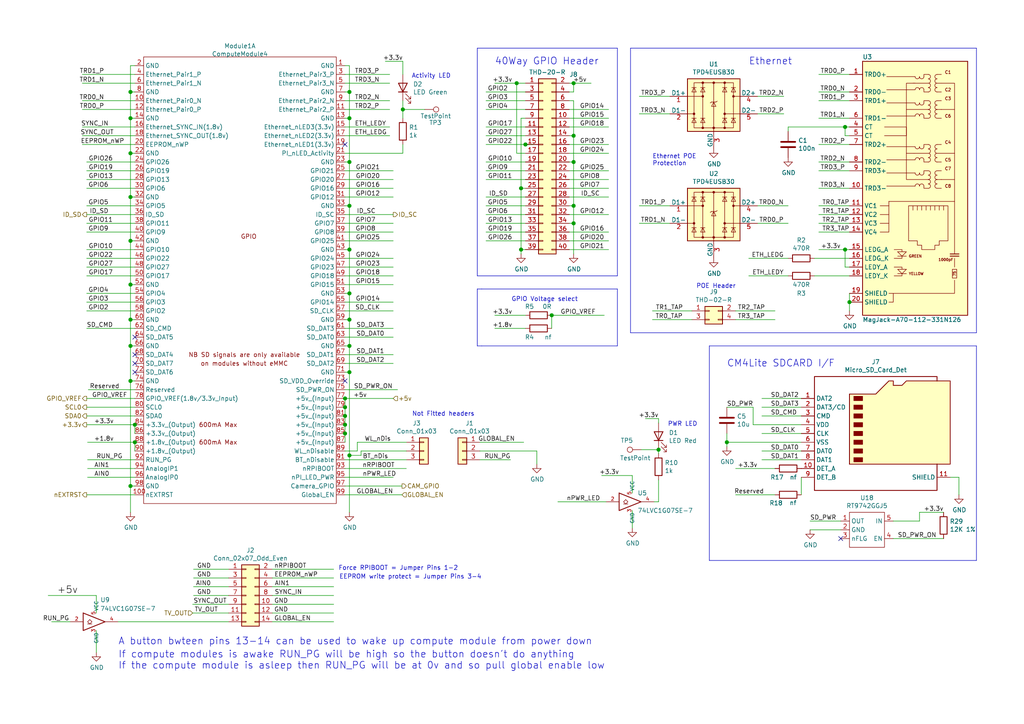
<source format=kicad_sch>
(kicad_sch (version 20210126) (generator eeschema)
  (paper "A4")
  (title_block (title "Compute Module 4 IO Board - GPIO - Ethernet") (rev "1") (company "(c) Raspberry Pi Trading 2020") (comment 1 "www.raspberrypi.org"))
  (junction (at 37.846 26.67) (diameter 1.016))
  (junction (at 37.846 34.29) (diameter 1.016))
  (junction (at 37.846 44.45) (diameter 1.016))
  (junction (at 37.846 57.15) (diameter 1.016))
  (junction (at 37.846 69.85) (diameter 1.016))
  (junction (at 37.846 82.55) (diameter 1.016))
  (junction (at 37.846 92.71) (diameter 1.016))
  (junction (at 37.846 100.33) (diameter 1.016))
  (junction (at 37.846 110.49) (diameter 1.016))
  (junction (at 37.846 140.97) (diameter 1.016))
  (junction (at 39.116 123.19) (diameter 1.016))
  (junction (at 39.116 128.27) (diameter 1.016))
  (junction (at 100.076 115.57) (diameter 1.016))
  (junction (at 100.076 118.11) (diameter 1.016))
  (junction (at 100.076 120.65) (diameter 1.016))
  (junction (at 100.076 123.19) (diameter 1.016))
  (junction (at 100.076 125.73) (diameter 1.016))
  (junction (at 101.346 26.67) (diameter 1.016))
  (junction (at 101.346 34.29) (diameter 1.016))
  (junction (at 101.346 46.99) (diameter 1.016))
  (junction (at 101.346 59.69) (diameter 1.016))
  (junction (at 101.346 72.39) (diameter 1.016))
  (junction (at 101.346 85.09) (diameter 1.016))
  (junction (at 101.346 92.71) (diameter 1.016))
  (junction (at 101.346 100.33) (diameter 1.016))
  (junction (at 101.346 107.95) (diameter 1.016))
  (junction (at 101.346 132.08) (diameter 1.016))
  (junction (at 116.84 31.75) (diameter 1.016))
  (junction (at 149.86 24.13) (diameter 1.016))
  (junction (at 151.13 54.61) (diameter 1.016))
  (junction (at 151.13 72.39) (diameter 1.016))
  (junction (at 152.4 41.91) (diameter 1.016))
  (junction (at 160.02 91.44) (diameter 1.016))
  (junction (at 166.37 24.13) (diameter 1.016))
  (junction (at 166.37 39.37) (diameter 1.016))
  (junction (at 166.37 46.99) (diameter 1.016))
  (junction (at 166.37 59.69) (diameter 1.016))
  (junction (at 166.37 64.77) (diameter 1.016))
  (junction (at 191.008 130.429) (diameter 1.016))
  (junction (at 210.82 128.27) (diameter 1.016))
  (junction (at 245.11 36.83) (diameter 1.016))
  (junction (at 245.11 72.39) (diameter 1.016))
  (junction (at 246.38 87.63) (diameter 1.016))
  (no_connect (at 39.116 97.79))
  (no_connect (at 39.116 102.87))
  (no_connect (at 39.116 105.41))
  (no_connect (at 39.116 107.95))
  (no_connect (at 100.076 41.91))
  (no_connect (at 100.076 110.49))
  (no_connect (at 243.84 156.21))
  (wire (pts (xy 13.97 172.72) (xy 27.94 172.72)))
  (wire (pts (xy 14.986 180.34) (xy 20.32 180.34)))
  (wire (pts (xy 23.876 21.59) (xy 39.116 21.59)))
  (wire (pts (xy 23.876 24.13) (xy 39.116 24.13)))
  (wire (pts (xy 23.876 29.21) (xy 39.116 29.21)))
  (wire (pts (xy 23.876 31.75) (xy 39.116 31.75)))
  (wire (pts (xy 23.876 36.83) (xy 39.116 36.83)))
  (wire (pts (xy 23.876 39.37) (xy 39.116 39.37)))
  (wire (pts (xy 23.876 41.91) (xy 39.116 41.91)))
  (wire (pts (xy 25.146 46.99) (xy 39.116 46.99)))
  (wire (pts (xy 25.146 49.53) (xy 39.116 49.53)))
  (wire (pts (xy 25.146 52.07) (xy 39.116 52.07)))
  (wire (pts (xy 25.146 54.61) (xy 39.116 54.61)))
  (wire (pts (xy 25.146 59.69) (xy 39.116 59.69)))
  (wire (pts (xy 25.146 62.23) (xy 39.116 62.23)))
  (wire (pts (xy 25.146 64.77) (xy 39.116 64.77)))
  (wire (pts (xy 25.146 67.31) (xy 39.116 67.31)))
  (wire (pts (xy 25.146 72.39) (xy 39.116 72.39)))
  (wire (pts (xy 25.146 74.93) (xy 39.116 74.93)))
  (wire (pts (xy 25.146 77.47) (xy 39.116 77.47)))
  (wire (pts (xy 25.146 80.01) (xy 39.116 80.01)))
  (wire (pts (xy 25.146 85.09) (xy 39.116 85.09)))
  (wire (pts (xy 25.146 87.63) (xy 39.116 87.63)))
  (wire (pts (xy 25.146 90.17) (xy 39.116 90.17)))
  (wire (pts (xy 25.146 95.25) (xy 39.116 95.25)))
  (wire (pts (xy 25.146 115.57) (xy 39.116 115.57)))
  (wire (pts (xy 25.146 118.11) (xy 39.116 118.11)))
  (wire (pts (xy 25.146 120.65) (xy 39.116 120.65)))
  (wire (pts (xy 25.146 123.19) (xy 39.116 123.19)))
  (wire (pts (xy 25.146 143.51) (xy 39.116 143.51)))
  (wire (pts (xy 25.4 128.27) (xy 39.116 128.27)))
  (wire (pts (xy 25.4 133.35) (xy 39.116 133.35)))
  (wire (pts (xy 25.4 135.89) (xy 39.116 135.89)))
  (wire (pts (xy 25.4 138.43) (xy 39.116 138.43)))
  (wire (pts (xy 25.6032 113.03) (xy 39.116 113.03)))
  (wire (pts (xy 27.94 172.72) (xy 27.94 177.8)))
  (wire (pts (xy 27.94 182.88) (xy 27.94 189.23)))
  (wire (pts (xy 34.29 180.34) (xy 66.294 180.34)))
  (wire (pts (xy 37.846 19.05) (xy 37.846 26.67)))
  (wire (pts (xy 37.846 26.67) (xy 37.846 34.29)))
  (wire (pts (xy 37.846 34.29) (xy 37.846 44.45)))
  (wire (pts (xy 37.846 44.45) (xy 37.846 57.15)))
  (wire (pts (xy 37.846 44.45) (xy 39.116 44.45)))
  (wire (pts (xy 37.846 57.15) (xy 37.846 69.85)))
  (wire (pts (xy 37.846 57.15) (xy 39.116 57.15)))
  (wire (pts (xy 37.846 69.85) (xy 37.846 82.55)))
  (wire (pts (xy 37.846 69.85) (xy 39.116 69.85)))
  (wire (pts (xy 37.846 82.55) (xy 37.846 92.71)))
  (wire (pts (xy 37.846 82.55) (xy 39.116 82.55)))
  (wire (pts (xy 37.846 92.71) (xy 37.846 100.33)))
  (wire (pts (xy 37.846 92.71) (xy 39.116 92.71)))
  (wire (pts (xy 37.846 100.33) (xy 37.846 110.49)))
  (wire (pts (xy 37.846 100.33) (xy 39.116 100.33)))
  (wire (pts (xy 37.846 110.49) (xy 37.846 140.97)))
  (wire (pts (xy 37.846 110.49) (xy 39.116 110.49)))
  (wire (pts (xy 37.846 140.97) (xy 37.846 148.59)))
  (wire (pts (xy 39.116 19.05) (xy 37.846 19.05)))
  (wire (pts (xy 39.116 26.67) (xy 37.846 26.67)))
  (wire (pts (xy 39.116 34.29) (xy 37.846 34.29)))
  (wire (pts (xy 39.116 125.73) (xy 39.116 123.19)))
  (wire (pts (xy 39.116 128.27) (xy 39.37 128.27)))
  (wire (pts (xy 39.116 130.81) (xy 39.116 128.27)))
  (wire (pts (xy 39.116 140.97) (xy 37.846 140.97)))
  (wire (pts (xy 55.88 175.26) (xy 66.294 175.26)))
  (wire (pts (xy 55.88 177.8) (xy 66.294 177.8)))
  (wire (pts (xy 56.134 165.1) (xy 66.294 165.1)))
  (wire (pts (xy 56.134 167.64) (xy 66.294 167.64)))
  (wire (pts (xy 56.134 170.18) (xy 66.294 170.18)))
  (wire (pts (xy 56.134 172.72) (xy 66.294 172.72)))
  (wire (pts (xy 78.994 165.1) (xy 96.774 165.1)))
  (wire (pts (xy 78.994 167.64) (xy 96.774 167.64)))
  (wire (pts (xy 78.994 170.18) (xy 96.774 170.18)))
  (wire (pts (xy 78.994 172.72) (xy 96.774 172.72)))
  (wire (pts (xy 78.994 175.26) (xy 96.774 175.26)))
  (wire (pts (xy 78.994 177.8) (xy 96.774 177.8)))
  (wire (pts (xy 78.994 180.34) (xy 96.774 180.34)))
  (wire (pts (xy 100.076 19.05) (xy 101.346 19.05)))
  (wire (pts (xy 100.076 21.59) (xy 113.03 21.59)))
  (wire (pts (xy 100.076 24.13) (xy 113.03 24.13)))
  (wire (pts (xy 100.076 26.67) (xy 101.346 26.67)))
  (wire (pts (xy 100.076 29.21) (xy 113.03 29.21)))
  (wire (pts (xy 100.076 31.75) (xy 113.03 31.75)))
  (wire (pts (xy 100.076 34.29) (xy 101.346 34.29)))
  (wire (pts (xy 100.076 36.83) (xy 113.03 36.83)))
  (wire (pts (xy 100.076 39.37) (xy 113.03 39.37)))
  (wire (pts (xy 100.076 44.45) (xy 116.84 44.45)))
  (wire (pts (xy 100.076 46.99) (xy 101.346 46.99)))
  (wire (pts (xy 100.076 49.53) (xy 114.046 49.53)))
  (wire (pts (xy 100.076 52.07) (xy 114.046 52.07)))
  (wire (pts (xy 100.076 54.61) (xy 114.046 54.61)))
  (wire (pts (xy 100.076 57.15) (xy 114.046 57.15)))
  (wire (pts (xy 100.076 59.69) (xy 101.346 59.69)))
  (wire (pts (xy 100.076 62.23) (xy 114.046 62.23)))
  (wire (pts (xy 100.076 64.77) (xy 114.046 64.77)))
  (wire (pts (xy 100.076 67.31) (xy 114.046 67.31)))
  (wire (pts (xy 100.076 69.85) (xy 114.046 69.85)))
  (wire (pts (xy 100.076 72.39) (xy 101.346 72.39)))
  (wire (pts (xy 100.076 74.93) (xy 114.046 74.93)))
  (wire (pts (xy 100.076 77.47) (xy 114.046 77.47)))
  (wire (pts (xy 100.076 80.01) (xy 114.046 80.01)))
  (wire (pts (xy 100.076 82.55) (xy 114.046 82.55)))
  (wire (pts (xy 100.076 85.09) (xy 101.346 85.09)))
  (wire (pts (xy 100.076 87.63) (xy 114.046 87.63)))
  (wire (pts (xy 100.076 92.71) (xy 101.346 92.71)))
  (wire (pts (xy 100.076 97.79) (xy 114.046 97.79)))
  (wire (pts (xy 100.076 100.33) (xy 101.346 100.33)))
  (wire (pts (xy 100.076 105.41) (xy 114.046 105.41)))
  (wire (pts (xy 100.076 107.95) (xy 101.346 107.95)))
  (wire (pts (xy 100.076 113.03) (xy 115.316 113.03)))
  (wire (pts (xy 100.076 115.57) (xy 100.076 118.11)))
  (wire (pts (xy 100.076 115.57) (xy 114.046 115.57)))
  (wire (pts (xy 100.076 118.11) (xy 100.076 120.65)))
  (wire (pts (xy 100.076 120.65) (xy 100.076 123.19)))
  (wire (pts (xy 100.076 123.19) (xy 100.076 125.73)))
  (wire (pts (xy 100.076 125.73) (xy 100.076 128.27)))
  (wire (pts (xy 100.076 130.81) (xy 103.632 130.81)))
  (wire (pts (xy 100.076 133.35) (xy 117.856 133.35)))
  (wire (pts (xy 100.076 135.89) (xy 117.856 135.89)))
  (wire (pts (xy 100.076 138.43) (xy 114.046 138.43)))
  (wire (pts (xy 100.076 140.97) (xy 116.586 140.97)))
  (wire (pts (xy 100.076 143.51) (xy 116.586 143.51)))
  (wire (pts (xy 101.346 19.05) (xy 101.346 26.67)))
  (wire (pts (xy 101.346 26.67) (xy 101.346 34.29)))
  (wire (pts (xy 101.346 34.29) (xy 101.346 46.99)))
  (wire (pts (xy 101.346 46.99) (xy 101.346 59.69)))
  (wire (pts (xy 101.346 59.69) (xy 101.346 72.39)))
  (wire (pts (xy 101.346 72.39) (xy 101.346 85.09)))
  (wire (pts (xy 101.346 85.09) (xy 101.346 92.71)))
  (wire (pts (xy 101.346 92.71) (xy 101.346 100.33)))
  (wire (pts (xy 101.346 100.33) (xy 101.346 107.95)))
  (wire (pts (xy 101.346 107.95) (xy 101.346 132.08)))
  (wire (pts (xy 101.346 132.08) (xy 101.346 148.59)))
  (wire (pts (xy 101.346 132.08) (xy 104.7242 132.08)))
  (wire (pts (xy 103.632 128.27) (xy 117.856 128.27)))
  (wire (pts (xy 103.632 130.81) (xy 103.632 128.27)))
  (wire (pts (xy 104.7242 130.81) (xy 117.856 130.81)))
  (wire (pts (xy 104.7242 132.08) (xy 104.7242 130.81)))
  (wire (pts (xy 111.76 17.78) (xy 116.84 17.78)))
  (wire (pts (xy 114.046 90.17) (xy 100.076 90.17)))
  (wire (pts (xy 114.046 95.25) (xy 100.076 95.25)))
  (wire (pts (xy 114.046 102.87) (xy 100.076 102.87)))
  (wire (pts (xy 116.84 21.59) (xy 116.84 17.78)))
  (wire (pts (xy 116.84 31.75) (xy 116.84 29.21)))
  (wire (pts (xy 116.84 34.29) (xy 116.84 31.75)))
  (wire (pts (xy 116.84 44.45) (xy 116.84 41.91)))
  (wire (pts (xy 123.19 31.75) (xy 116.84 31.75)))
  (wire (pts (xy 139.192 128.27) (xy 151.892 128.27)))
  (wire (pts (xy 139.192 130.81) (xy 155.702 130.81)))
  (wire (pts (xy 139.192 133.35) (xy 148.082 133.35)))
  (wire (pts (xy 140.97 26.67) (xy 152.4 26.67)))
  (wire (pts (xy 140.97 29.21) (xy 152.4 29.21)))
  (wire (pts (xy 140.97 31.75) (xy 152.4 31.75)))
  (wire (pts (xy 140.97 36.83) (xy 152.4 36.83)))
  (wire (pts (xy 140.97 39.37) (xy 152.4 39.37)))
  (wire (pts (xy 140.97 41.91) (xy 152.4 41.91)))
  (wire (pts (xy 140.97 46.99) (xy 152.4 46.99)))
  (wire (pts (xy 140.97 49.53) (xy 152.4 49.53)))
  (wire (pts (xy 140.97 52.07) (xy 152.4 52.07)))
  (wire (pts (xy 140.97 57.15) (xy 152.4 57.15)))
  (wire (pts (xy 140.97 59.69) (xy 152.4 59.69)))
  (wire (pts (xy 140.97 62.23) (xy 152.4 62.23)))
  (wire (pts (xy 140.97 64.77) (xy 152.4 64.77)))
  (wire (pts (xy 140.97 67.31) (xy 152.4 67.31)))
  (wire (pts (xy 140.97 69.85) (xy 152.4 69.85)))
  (wire (pts (xy 143.51 24.13) (xy 149.86 24.13)))
  (wire (pts (xy 143.51 91.44) (xy 152.4 91.44)))
  (wire (pts (xy 143.51 95.25) (xy 152.4 95.25)))
  (wire (pts (xy 149.86 24.13) (xy 149.86 44.45)))
  (wire (pts (xy 149.86 44.45) (xy 152.4 44.45)))
  (wire (pts (xy 151.13 34.29) (xy 151.13 54.61)))
  (wire (pts (xy 151.13 54.61) (xy 151.13 72.39)))
  (wire (pts (xy 151.13 54.61) (xy 152.4 54.61)))
  (wire (pts (xy 151.13 72.39) (xy 151.13 73.66)))
  (wire (pts (xy 151.13 72.39) (xy 152.4 72.39)))
  (wire (pts (xy 152.4 24.13) (xy 149.86 24.13)))
  (wire (pts (xy 152.4 34.29) (xy 151.13 34.29)))
  (wire (pts (xy 154.94 41.91) (xy 152.4 41.91)))
  (wire (pts (xy 155.702 130.81) (xy 155.702 134.62)))
  (wire (pts (xy 160.02 91.44) (xy 160.02 95.25)))
  (wire (pts (xy 160.02 91.44) (xy 175.26 91.44)))
  (wire (pts (xy 161.798 145.542) (xy 175.768 145.542)))
  (wire (pts (xy 165.1 24.13) (xy 166.37 24.13)))
  (wire (pts (xy 165.1 26.67) (xy 166.37 26.67)))
  (wire (pts (xy 165.1 29.21) (xy 166.37 29.21)))
  (wire (pts (xy 165.1 31.75) (xy 176.53 31.75)))
  (wire (pts (xy 165.1 34.29) (xy 176.53 34.29)))
  (wire (pts (xy 165.1 36.83) (xy 176.53 36.83)))
  (wire (pts (xy 165.1 41.91) (xy 176.53 41.91)))
  (wire (pts (xy 165.1 44.45) (xy 176.53 44.45)))
  (wire (pts (xy 165.1 49.53) (xy 176.53 49.53)))
  (wire (pts (xy 165.1 52.07) (xy 176.53 52.07)))
  (wire (pts (xy 165.1 54.61) (xy 176.53 54.61)))
  (wire (pts (xy 165.1 57.15) (xy 176.53 57.15)))
  (wire (pts (xy 165.1 59.69) (xy 166.37 59.69)))
  (wire (pts (xy 165.1 62.23) (xy 176.53 62.23)))
  (wire (pts (xy 165.1 64.77) (xy 166.37 64.77)))
  (wire (pts (xy 165.1 67.31) (xy 176.53 67.31)))
  (wire (pts (xy 165.1 69.85) (xy 176.53 69.85)))
  (wire (pts (xy 165.1 72.39) (xy 176.53 72.39)))
  (wire (pts (xy 166.37 24.13) (xy 171.45 24.13)))
  (wire (pts (xy 166.37 26.67) (xy 166.37 24.13)))
  (wire (pts (xy 166.37 29.21) (xy 166.37 39.37)))
  (wire (pts (xy 166.37 39.37) (xy 165.1 39.37)))
  (wire (pts (xy 166.37 39.37) (xy 166.37 46.99)))
  (wire (pts (xy 166.37 46.99) (xy 165.1 46.99)))
  (wire (pts (xy 166.37 59.69) (xy 166.37 46.99)))
  (wire (pts (xy 166.37 64.77) (xy 166.37 59.69)))
  (wire (pts (xy 166.37 64.77) (xy 166.37 73.66)))
  (wire (pts (xy 183.388 137.922) (xy 174.498 137.922)))
  (wire (pts (xy 183.388 143.002) (xy 183.388 137.922)))
  (wire (pts (xy 183.388 148.082) (xy 183.388 153.162)))
  (wire (pts (xy 185.42 27.94) (xy 194.31 27.94)))
  (wire (pts (xy 185.42 33.02) (xy 194.31 33.02)))
  (wire (pts (xy 185.42 59.69) (xy 194.31 59.69)))
  (wire (pts (xy 186.0042 130.429) (xy 191.008 130.429)))
  (wire (pts (xy 189.23 90.17) (xy 200.66 90.17)))
  (wire (pts (xy 189.23 92.71) (xy 200.66 92.71)))
  (wire (pts (xy 191.008 121.412) (xy 187.198 121.412)))
  (wire (pts (xy 191.008 122.682) (xy 191.008 121.412)))
  (wire (pts (xy 191.008 130.302) (xy 191.008 130.429)))
  (wire (pts (xy 191.008 130.429) (xy 191.008 131.572)))
  (wire (pts (xy 191.008 139.192) (xy 191.008 145.542)))
  (wire (pts (xy 191.008 145.542) (xy 189.738 145.542)))
  (wire (pts (xy 194.31 64.77) (xy 185.42 64.77)))
  (wire (pts (xy 210.82 118.11) (xy 218.44 118.11)))
  (wire (pts (xy 210.82 125.73) (xy 210.82 128.27)))
  (wire (pts (xy 210.82 128.27) (xy 210.82 129.54)))
  (wire (pts (xy 210.82 128.27) (xy 232.41 128.27)))
  (wire (pts (xy 213.36 90.17) (xy 224.79 90.17)))
  (wire (pts (xy 213.36 92.71) (xy 224.79 92.71)))
  (wire (pts (xy 213.36 135.89) (xy 224.79 135.89)))
  (wire (pts (xy 213.36 143.51) (xy 224.79 143.51)))
  (wire (pts (xy 217.17 74.93) (xy 228.6 74.93)))
  (wire (pts (xy 217.17 80.01) (xy 228.6 80.01)))
  (wire (pts (xy 218.44 123.19) (xy 218.44 118.11)))
  (wire (pts (xy 219.71 27.94) (xy 227.33 27.94)))
  (wire (pts (xy 219.71 33.02) (xy 227.33 33.02)))
  (wire (pts (xy 219.71 59.69) (xy 228.6 59.69)))
  (wire (pts (xy 219.71 64.77) (xy 228.6 64.77)))
  (wire (pts (xy 220.98 115.57) (xy 232.41 115.57)))
  (wire (pts (xy 220.98 120.65) (xy 232.41 120.65)))
  (wire (pts (xy 220.98 130.81) (xy 232.41 130.81)))
  (wire (pts (xy 228.6 36.83) (xy 245.11 36.83)))
  (wire (pts (xy 228.6 38.1) (xy 228.6 36.83)))
  (wire (pts (xy 232.41 118.11) (xy 220.98 118.11)))
  (wire (pts (xy 232.41 123.19) (xy 218.44 123.19)))
  (wire (pts (xy 232.41 125.73) (xy 220.98 125.73)))
  (wire (pts (xy 232.41 133.35) (xy 220.98 133.35)))
  (wire (pts (xy 232.41 138.43) (xy 232.41 143.51)))
  (wire (pts (xy 236.22 74.93) (xy 246.38 74.93)))
  (wire (pts (xy 236.22 80.01) (xy 246.38 80.01)))
  (wire (pts (xy 237.49 21.59) (xy 246.38 21.59)))
  (wire (pts (xy 237.49 26.67) (xy 246.38 26.67)))
  (wire (pts (xy 237.49 29.21) (xy 246.38 29.21)))
  (wire (pts (xy 237.49 34.29) (xy 246.38 34.29)))
  (wire (pts (xy 237.49 41.91) (xy 246.38 41.91)))
  (wire (pts (xy 237.49 46.99) (xy 246.38 46.99)))
  (wire (pts (xy 237.49 49.53) (xy 246.38 49.53)))
  (wire (pts (xy 237.49 54.61) (xy 246.38 54.61)))
  (wire (pts (xy 237.49 59.69) (xy 246.38 59.69)))
  (wire (pts (xy 237.49 62.23) (xy 246.38 62.23)))
  (wire (pts (xy 237.49 64.77) (xy 246.38 64.77)))
  (wire (pts (xy 237.49 67.31) (xy 246.38 67.31)))
  (wire (pts (xy 237.49 72.39) (xy 245.11 72.39)))
  (wire (pts (xy 243.84 151.13) (xy 234.95 151.13)))
  (wire (pts (xy 243.84 153.67) (xy 234.95 153.67)))
  (wire (pts (xy 245.11 39.37) (xy 245.11 36.83)))
  (wire (pts (xy 245.11 72.39) (xy 246.38 72.39)))
  (wire (pts (xy 245.11 77.47) (xy 245.11 72.39)))
  (wire (pts (xy 246.38 36.83) (xy 245.11 36.83)))
  (wire (pts (xy 246.38 39.37) (xy 245.11 39.37)))
  (wire (pts (xy 246.38 77.47) (xy 245.11 77.47)))
  (wire (pts (xy 246.38 85.09) (xy 246.38 87.63)))
  (wire (pts (xy 246.38 87.63) (xy 246.38 90.17)))
  (wire (pts (xy 259.08 151.13) (xy 266.7 151.13)))
  (wire (pts (xy 259.08 156.21) (xy 273.685 156.21)))
  (wire (pts (xy 266.7 148.59) (xy 266.7 151.13)))
  (wire (pts (xy 273.685 148.59) (xy 266.7 148.59)))
  (wire (pts (xy 275.59 138.43) (xy 278.13 138.43)))
  (wire (pts (xy 278.13 138.43) (xy 278.13 143.51)))
  (polyline (pts (xy 138.43 13.97) (xy 138.43 80.01)) (stroke (width 0) (type solid)))
  (polyline (pts (xy 138.43 80.01) (xy 179.07 80.01)) (stroke (width 0) (type solid)))
  (polyline (pts (xy 138.43 100.33) (xy 138.43 83.82)) (stroke (width 0) (type solid)))
  (polyline (pts (xy 138.43 100.33) (xy 139.7 100.33)) (stroke (width 0) (type solid)))
  (polyline (pts (xy 139.7 83.82) (xy 138.43 83.82)) (stroke (width 0) (type solid)))
  (polyline (pts (xy 139.7 83.82) (xy 179.07 83.82)) (stroke (width 0) (type solid)))
  (polyline (pts (xy 179.07 13.97) (xy 138.43 13.97)) (stroke (width 0) (type solid)))
  (polyline (pts (xy 179.07 13.97) (xy 179.07 80.01)) (stroke (width 0) (type solid)))
  (polyline (pts (xy 179.07 83.82) (xy 179.07 100.33)) (stroke (width 0) (type solid)))
  (polyline (pts (xy 179.07 100.33) (xy 139.7 100.33)) (stroke (width 0) (type solid)))
  (polyline (pts (xy 182.88 13.97) (xy 283.21 13.97)) (stroke (width 0) (type solid)))
  (polyline (pts (xy 182.88 96.52) (xy 182.88 13.97)) (stroke (width 0) (type solid)))
  (polyline (pts (xy 205.74 100.33) (xy 283.21 100.33)) (stroke (width 0) (type solid)))
  (polyline (pts (xy 205.74 162.56) (xy 205.74 100.33)) (stroke (width 0) (type solid)))
  (polyline (pts (xy 283.21 13.97) (xy 283.21 96.52)) (stroke (width 0) (type solid)))
  (polyline (pts (xy 283.21 96.52) (xy 182.88 96.52)) (stroke (width 0) (type solid)))
  (polyline (pts (xy 283.21 100.33) (xy 283.21 162.56)) (stroke (width 0) (type solid)))
  (polyline (pts (xy 283.21 162.56) (xy 205.74 162.56)) (stroke (width 0) (type solid)))
  (text "A button bwteen pins 13-14 can be used to wake up compute module from power down\n\n" (at 34.29 190.5 0) (effects (font (size 2.007 2.007)) (justify left bottom)))
  (text "If compute modules is awake RUN_PG will be high so the button doesn't do anything\nIf the compute module is asleep then RUN_PG will be at 0v and so pull global enable low" (at 34.29 194.31 0) (effects (font (size 2.007 2.007)) (justify left bottom)))
  (text "Activity LED" (at 119.38 22.86 0) (effects (font (size 1.27 1.27)) (justify left bottom)))
  (text "Force RPIBOOT = Jumper Pins 1-2 \n" (at 133.858 165.608 180) (effects (font (size 1.27 1.27)) (justify right bottom)))
  (text "Not Fitted headers" (at 137.668 120.904 180) (effects (font (size 1.27 1.27)) (justify right bottom)))
  (text "EEPROM write protect = Jumper Pins 3-4\n\n" (at 139.7 170.18 180) (effects (font (size 1.27 1.27)) (justify right bottom)))
  (text "40Way GPIO Header" (at 143.51 19.05 0) (effects (font (size 2.007 2.007)) (justify left bottom)))
  (text "GPIO Voltage select\n" (at 167.64 87.63 180) (effects (font (size 1.27 1.27)) (justify right bottom)))
  (text "Ethernet POE\nProtection" (at 189.23 48.26 0) (effects (font (size 1.27 1.27)) (justify left bottom)))
  (text "PWR LED" (at 193.675 123.825 0) (effects (font (size 1.27 1.27)) (justify left bottom)))
  (text "POE Header" (at 201.93 83.82 0) (effects (font (size 1.27 1.27)) (justify left bottom)))
  (text "CM4Lite SDCARD I/F" (at 210.82 106.68 0) (effects (font (size 2.007 2.007)) (justify left bottom)))
  (text "Ethernet" (at 217.17 19.05 0) (effects (font (size 2.0066 2.0066)) (justify left bottom)))
  (label "+5v" (at 16.51 172.72 0) (effects (font (size 2.0066 2.0066))))
  (label "RUN_PG" (at 20.066 180.34 180))
  (label "GPIO_VREF" (at 26.67 115.57 0))
  (label "TRD1_P" (at 30.226 21.59 180))
  (label "TRD1_N" (at 30.226 24.13 180))
  (label "TRD0_N" (at 30.226 29.21 180))
  (label "TRD0_P" (at 30.226 31.75 180))
  (label "SYNC_IN" (at 31.496 36.83 180))
  (label "GPIO6" (at 31.496 54.61 180))
  (label "GPIO5" (at 31.496 59.69 180))
  (label "ID_SD" (at 31.496 62.23 180))
  (label "GPIO9" (at 31.496 67.31 180))
  (label "GPIO4" (at 31.496 85.09 180))
  (label "GPIO3" (at 31.496 87.63 180))
  (label "GPIO2" (at 31.496 90.17 180))
  (label "AIN1" (at 31.75 135.89 180))
  (label "AIN0" (at 31.75 138.43 180))
  (label "GPIO26" (at 32.766 46.99 180))
  (label "GPIO19" (at 32.766 49.53 180))
  (label "GPIO13" (at 32.766 52.07 180))
  (label "GPIO11" (at 32.766 64.77 180))
  (label "GPIO10" (at 32.766 72.39 180))
  (label "GPIO22" (at 32.766 74.93 180))
  (label "GPIO27" (at 32.766 77.47 180))
  (label "GPIO17" (at 32.766 80.01 180))
  (label "SD_CMD" (at 32.766 95.25 180))
  (label "SYNC_OUT" (at 33.02 39.37 180))
  (label "+3.3v" (at 33.02 123.19 180))
  (label "+1.8v" (at 33.02 128.27 180))
  (label "Reserved" (at 34.671 113.03 180))
  (label "RUN_PG" (at 35.56 133.35 180))
  (label "EEPROM_nWP" (at 36.068 41.91 180))
  (label "GND" (at 61.214 165.1 180))
  (label "GND" (at 61.214 167.64 180))
  (label "AIN0" (at 61.214 170.18 180))
  (label "GND" (at 61.214 172.72 180))
  (label "TV_OUT" (at 63.246 177.8 180))
  (label "SYNC_OUT" (at 65.786 175.26 180))
  (label "GND" (at 83.566 175.26 180))
  (label "GND" (at 83.566 177.8 180))
  (label "AIN1" (at 84.074 170.18 180))
  (label "SYNC_IN" (at 87.63 172.72 180))
  (label "nRPIBOOT" (at 88.9 165.1 180))
  (label "GLOBAL_EN" (at 90.17 180.34 180))
  (label "EEPROM_nWP" (at 92.202 167.64 180))
  (label "SD_PWR_ON" (at 102.616 113.03 0))
  (label "TRD3_P" (at 102.87 21.59 0))
  (label "TRD3_N" (at 102.87 24.13 0))
  (label "TRD2_N" (at 102.87 29.21 0))
  (label "TRD2_P" (at 102.87 31.75 0))
  (label "ETH_LEDY" (at 102.87 36.83 0))
  (label "ETH_LEDG" (at 102.87 39.37 0))
  (label "nPWR_LED" (at 105.156 138.43 0))
  (label "+5v" (at 106.426 115.57 180))
  (label "ID_SC" (at 108.966 62.23 180))
  (label "GPIO7" (at 108.966 64.77 180))
  (label "GPIO8" (at 108.966 67.31 180))
  (label "GPIO21" (at 110.236 49.53 180))
  (label "GPIO20" (at 110.236 52.07 180))
  (label "GPIO16" (at 110.236 54.61 180))
  (label "GPIO12" (at 110.236 57.15 180))
  (label "GPIO25" (at 110.236 69.85 180))
  (label "GPIO24" (at 110.236 74.93 180))
  (label "GPIO23" (at 110.236 77.47 180))
  (label "GPIO18" (at 110.236 80.01 180))
  (label "GPIO15" (at 110.236 82.55 180))
  (label "GPIO14" (at 110.236 87.63 180))
  (label "SD_CLK" (at 110.236 90.17 180))
  (label "SD_DAT3" (at 111.506 95.25 180))
  (label "SD_DAT0" (at 111.506 97.79 180))
  (label "SD_DAT1" (at 111.506 102.87 180))
  (label "SD_DAT2" (at 111.506 105.41 180))
  (label "BT_nDis" (at 112.6236 133.35 180))
  (label "WL_nDis" (at 113.411 128.27 180))
  (label "GLOBAL_EN" (at 114.046 143.51 180))
  (label "nRPIBOOT" (at 114.5032 135.89 180))
  (label "+3.3v" (at 116.84 17.78 180))
  (label "GPIO2" (at 147.32 26.67 180))
  (label "GPIO3" (at 147.32 29.21 180))
  (label "GPIO4" (at 147.32 31.75 180))
  (label "GPIO9" (at 147.32 49.53 180))
  (label "ID_SD" (at 147.32 57.15 180))
  (label "GPIO5" (at 147.32 59.69 180))
  (label "GPIO6" (at 147.32 62.23 180))
  (label "RUN_PG" (at 148.082 133.35 180))
  (label "+3.3v" (at 148.59 24.13 180))
  (label "GPIO17" (at 148.59 36.83 180))
  (label "GPIO27" (at 148.59 39.37 180))
  (label "GPIO22" (at 148.59 41.91 180))
  (label "GPIO10" (at 148.59 46.99 180))
  (label "GPIO11" (at 148.59 52.07 180))
  (label "GPIO13" (at 148.59 64.77 180))
  (label "GPIO19" (at 148.59 67.31 180))
  (label "GPIO26" (at 148.59 69.85 180))
  (label "+3.3v" (at 148.59 91.44 180))
  (label "+1.8v" (at 148.59 95.25 180))
  (label "GLOBAL_EN" (at 149.352 128.27 180))
  (label "GPIO_VREF" (at 162.56 91.44 0))
  (label "nPWR_LED" (at 164.338 145.542 0))
  (label "+5v" (at 170.18 24.13 180))
  (label "GPIO8" (at 173.99 52.07 180))
  (label "GPIO7" (at 173.99 54.61 180))
  (label "ID_SC" (at 173.99 57.15 180))
  (label "GPIO14" (at 175.26 31.75 180))
  (label "GPIO15" (at 175.26 34.29 180))
  (label "GPIO18" (at 175.26 36.83 180))
  (label "GPIO23" (at 175.26 41.91 180))
  (label "GPIO24" (at 175.26 44.45 180))
  (label "GPIO25" (at 175.26 49.53 180))
  (label "GPIO12" (at 175.26 62.23 180))
  (label "GPIO16" (at 175.26 67.31 180))
  (label "GPIO20" (at 175.26 69.85 180))
  (label "GPIO21" (at 175.26 72.39 180))
  (label "+3.3v" (at 179.578 137.922 180))
  (label "+3.3v" (at 191.008 121.412 180))
  (label "TRD3_P" (at 193.04 27.94 180))
  (label "TRD3_N" (at 193.04 33.02 180))
  (label "TRD1_P" (at 193.04 59.69 180))
  (label "TRD1_N" (at 193.04 64.77 180))
  (label "TR0_TAP" (at 198.0184 92.71 180))
  (label "TR1_TAP" (at 198.12 90.17 180))
  (label "SD_PWR" (at 210.82 118.11 0))
  (label "+3.3v" (at 219.71 135.89 180))
  (label "Reserved" (at 221.615 143.51 180))
  (label "TR3_TAP" (at 221.8944 92.71 180))
  (label "TR2_TAP" (at 221.9198 90.17 180))
  (label "SD_DAT2" (at 223.52 115.57 0))
  (label "SD_DAT3" (at 223.52 118.11 0))
  (label "SD_CMD" (at 223.52 120.65 0))
  (label "SD_CLK" (at 223.52 125.73 0))
  (label "SD_DAT0" (at 223.52 130.81 0))
  (label "SD_DAT1" (at 223.52 133.35 0))
  (label "TRD2_N" (at 227.33 27.94 180))
  (label "TRD2_P" (at 227.33 33.02 180))
  (label "TRD0_N" (at 227.33 59.69 180))
  (label "TRD0_P" (at 227.33 64.77 180))
  (label "ETH_LEDG" (at 227.33 74.93 180))
  (label "ETH_LEDY" (at 227.33 80.01 180))
  (label "SD_PWR" (at 234.95 151.13 0))
  (label "+3.3v" (at 243.84 72.39 180))
  (label "TRD0_P" (at 245.11 21.59 180))
  (label "TRD0_N" (at 245.11 26.67 180))
  (label "TRD1_P" (at 245.11 29.21 180))
  (label "TRD1_N" (at 245.11 34.29 180))
  (label "TRD2_P" (at 245.11 41.91 180))
  (label "TRD2_N" (at 245.11 46.99 180))
  (label "TRD3_P" (at 245.11 49.53 180))
  (label "TRD3_N" (at 245.11 54.61 180))
  (label "TR0_TAP" (at 246.38 59.69 180))
  (label "TR1_TAP" (at 246.38 62.23 180))
  (label "TR2_TAP" (at 246.38 64.77 180))
  (label "TR3_TAP" (at 246.38 67.31 180))
  (label "SD_PWR_ON" (at 260.35 156.21 0))
  (label "+3.3v" (at 273.685 148.59 180))
  (hierarchical_label "ID_SD" (shape output) (at 25.146 62.23 180))
  (hierarchical_label "GPIO_VREF" (shape output) (at 25.146 115.57 180))
  (hierarchical_label "SCL0" (shape output) (at 25.146 118.11 180))
  (hierarchical_label "SDA0" (shape output) (at 25.146 120.65 180))
  (hierarchical_label "+3.3v" (shape output) (at 25.146 123.19 180))
  (hierarchical_label "nEXTRST" (shape output) (at 25.146 143.51 180))
  (hierarchical_label "TV_OUT" (shape input) (at 55.88 177.8 180))
  (hierarchical_label "ID_SC" (shape output) (at 114.046 62.23 0))
  (hierarchical_label "+5v" (shape input) (at 114.046 115.57 0))
  (hierarchical_label "CAM_GPIO" (shape output) (at 116.586 140.97 0))
  (hierarchical_label "GLOBAL_EN" (shape input) (at 116.586 143.51 0))
  (symbol (lib_id "Connector:TestPoint") (at 123.19 31.75 270) (unit 1)
    (property "Reference" "TP3" (at 124.46 35.56 90) (effects (justify left)))
    (property "Value" "TestPoint" (at 121.92 33.655 90) (effects (justify left)))
    (property "Footprint" "TestPoint:TestPoint_Pad_2.0x2.0mm" (effects hide))
    (property "Field4" "nf" (effects hide))
    (property "Field5" "nf" (effects hide))
    (property "Field6" "nf" (effects hide))
    (property "Field7" "nf" (effects hide))
  )
  (symbol (lib_id "Connector:TestPoint") (at 186.0042 130.429 90) (unit 1)
    (property "Reference" "TP5" (at 183.642 127.762 90) (effects (justify left)))
    (property "Value" "TestPoint" (at 188.722 132.842 90) (effects (justify left)))
    (property "Footprint" "TestPoint:TestPoint_Pad_2.0x2.0mm" (effects hide))
    (property "Field4" "nf" (effects hide))
    (property "Field5" "nf" (effects hide))
    (property "Field6" "nf" (effects hide))
    (property "Field7" "nf" (effects hide))
  )
  (symbol (lib_id "power:GND") (at 27.94 189.23 0) (unit 1)
    (property "Reference" "#PWR027" (effects hide))
    (property "Value" "GND" (at 28.067 193.6242 0))
  )
  (symbol (lib_id "power:GND") (at 37.846 148.59 0) (unit 1)
    (property "Reference" "#PWR0104" (effects hide))
    (property "Value" "GND" (at 37.973 152.9842 0))
  )
  (symbol (lib_id "power:GND") (at 101.346 148.59 0) (unit 1)
    (property "Reference" "#PWR0105" (effects hide))
    (property "Value" "GND" (at 101.473 152.9842 0))
  )
  (symbol (lib_id "power:GND") (at 151.13 73.66 0) (unit 1)
    (property "Reference" "#PWR0103" (effects hide))
    (property "Value" "GND" (at 151.257 78.0542 0))
  )
  (symbol (lib_id "power:GND") (at 155.702 134.62 0) (unit 1)
    (property "Reference" "#PWR0106" (effects hide))
    (property "Value" "GND" (at 155.829 139.0142 0))
  )
  (symbol (lib_id "power:GND") (at 166.37 73.66 0) (unit 1)
    (property "Reference" "#PWR0102" (effects hide))
    (property "Value" "GND" (at 166.497 78.0542 0))
  )
  (symbol (lib_id "power:GND") (at 183.388 153.162 0) (unit 1)
    (property "Reference" "#PWR05" (effects hide))
    (property "Value" "GND" (at 183.515 157.5562 0))
  )
  (symbol (lib_id "power:GND") (at 207.01 43.18 0) (unit 1)
    (property "Reference" "#PWR0111" (effects hide))
    (property "Value" "GND" (at 207.137 47.5742 0))
  )
  (symbol (lib_id "power:GND") (at 207.01 74.93 0) (unit 1)
    (property "Reference" "#PWR0110" (effects hide))
    (property "Value" "GND" (at 207.137 79.3242 0))
  )
  (symbol (lib_id "power:GND") (at 210.82 129.54 0) (unit 1)
    (property "Reference" "#PWR0107" (effects hide))
    (property "Value" "GND" (at 210.947 133.9342 0))
  )
  (symbol (lib_id "power:GND") (at 228.6 45.72 0) (unit 1)
    (property "Reference" "#PWR0101" (effects hide))
    (property "Value" "GND" (at 228.727 50.1142 0))
  )
  (symbol (lib_id "power:GND") (at 234.95 153.67 0) (unit 1)
    (property "Reference" "#PWR0113" (effects hide))
    (property "Value" "GND" (at 235.077 158.0642 0))
  )
  (symbol (lib_id "power:GND") (at 246.38 90.17 0) (unit 1)
    (property "Reference" "#PWR0109" (effects hide))
    (property "Value" "GND" (at 246.507 94.5642 0))
  )
  (symbol (lib_id "power:GND") (at 278.13 143.51 0) (unit 1)
    (property "Reference" "#PWR0108" (effects hide))
    (property "Value" "GND" (at 278.257 147.9042 0))
  )
  (symbol (lib_id "Device:R") (at 116.84 38.1 0) (unit 1)
    (property "Reference" "R1" (at 118.618 36.9316 0) (effects (justify left)))
    (property "Value" "1k" (at 118.618 39.243 0) (effects (justify left)))
    (property "Footprint" "Resistor_SMD:R_0402_1005Metric" (effects hide))
    (property "Datasheet" "https://fscdn.rohm.com/en/products/databook/datasheet/passive/resistor/chip_resistor/mcr-e.pdf" (effects hide))
    (property "Field4" "Farnell" (effects hide))
    (property "Field5" "9239235" (effects hide))
    (property "Field7" "KOA EUROPE GMBH" (effects hide))
    (property "Field6" "RK73H1ETTP1001F" (effects hide))
    (property "Part Description" "Resistor 1K M1005 1% 63mW" (effects hide))
    (property "Field8" "125049511" (effects hide))
  )
  (symbol (lib_id "Device:R") (at 156.21 91.44 90) (unit 1)
    (property "Reference" "R5" (at 154.94 88.9 90) (effects (justify left)))
    (property "Value" "0R" (at 160.02 88.9 90) (effects (justify left)))
    (property "Footprint" "Resistor_SMD:R_0805_2012Metric_Pad1.15x1.40mm_HandSolder" (effects hide))
    (property "Datasheet" "https://fscdn.rohm.com/en/products/databook/datasheet/passive/resistor/chip_resistor/mcr-e.pdf" (effects hide))
    (property "Field4" "Farnell" (effects hide))
    (property "Field5" "9233750" (effects hide))
    (property "Field7" "Rohm" (effects hide))
    (property "Field6" "MCR10EZPJ000" (effects hide))
    (property "Part Description" "Resistor 0R M2012 5% " (effects hide))
    (property "Field8" "121629591" (effects hide))
  )
  (symbol (lib_id "Device:R") (at 156.21 95.25 90) (unit 1)
    (property "Reference" "R4" (at 154.94 97.79 90) (effects (justify left)))
    (property "Value" "nf" (at 160.02 97.79 90) (effects (justify left)))
    (property "Footprint" "Resistor_SMD:R_0805_2012Metric_Pad1.15x1.40mm_HandSolder" (effects hide))
    (property "Datasheet" "https://fscdn.rohm.com/en/products/databook/datasheet/passive/resistor/chip_resistor/mcr-e.pdf" (effects hide))
    (property "Field4" "nf" (effects hide))
    (property "Field5" "nf" (effects hide))
    (property "Field6" "nf" (effects hide))
  )
  (symbol (lib_id "Device:R") (at 191.008 135.382 0) (unit 1)
    (property "Reference" "R10" (at 192.786 134.2136 0) (effects (justify left)))
    (property "Value" "1k" (at 192.786 136.525 0) (effects (justify left)))
    (property "Footprint" "Resistor_SMD:R_0402_1005Metric" (effects hide))
    (property "Datasheet" "https://fscdn.rohm.com/en/products/databook/datasheet/passive/resistor/chip_resistor/mcr-e.pdf" (effects hide))
    (property "Field4" "Farnell" (effects hide))
    (property "Field5" "9239235" (effects hide))
    (property "Field7" "KOA EUROPE GMBH" (effects hide))
    (property "Field6" "RK73H1ETTP1001F" (effects hide))
    (property "Part Description" "Resistor 1K M1005 1% 63mW" (effects hide))
    (property "Field8" "125049511" (effects hide))
  )
  (symbol (lib_id "Device:R") (at 228.6 135.89 90) (unit 1)
    (property "Reference" "R17" (at 227.33 138.43 90) (effects (justify left)))
    (property "Value" "nf" (at 231.14 138.43 90) (effects (justify left)))
    (property "Footprint" "Resistor_SMD:R_0402_1005Metric" (effects hide))
    (property "Datasheet" "https://fscdn.rohm.com/en/products/databook/datasheet/passive/resistor/chip_resistor/mcr-e.pdf" (effects hide))
    (property "Field4" "Farnell" (effects hide))
    (property "Field5" "9239235" (effects hide))
    (property "Field7" "KOA EUROPE GMBH" (effects hide))
    (property "Field6" "RK73H1ETTP1001F" (effects hide))
    (property "Part Description" "Resistor 1K M1005 1% 63mW" (effects hide))
    (property "Field8" "125049511" (effects hide))
  )
  (symbol (lib_id "Device:R") (at 228.6 143.51 90) (unit 1)
    (property "Reference" "R18" (at 227.0506 145.8976 90) (effects (justify left)))
    (property "Value" "nf" (at 231.0638 145.8468 90) (effects (justify left)))
    (property "Footprint" "Resistor_SMD:R_0402_1005Metric" (effects hide))
    (property "Datasheet" "https://fscdn.rohm.com/en/products/databook/datasheet/passive/resistor/chip_resistor/mcr-e.pdf" (effects hide))
    (property "Field4" "Farnell" (effects hide))
    (property "Field5" "9239235" (effects hide))
    (property "Field7" "KOA EUROPE GMBH" (effects hide))
    (property "Field6" "RK73H1ETTP1001F" (effects hide))
    (property "Part Description" "Resistor 1K M1005 1% 63mW" (effects hide))
    (property "Field8" "125049511" (effects hide))
  )
  (symbol (lib_id "Device:R") (at 232.41 74.93 270) (unit 1)
    (property "Reference" "R2" (at 232.41 69.6722 90))
    (property "Value" "470R" (at 232.41 71.9836 90))
    (property "Footprint" "Resistor_SMD:R_0402_1005Metric" (effects hide))
    (property "Datasheet" "https://fscdn.rohm.com/en/products/databook/datasheet/passive/resistor/chip_resistor/mcr-e.pdf" (effects hide))
    (property "Field4" "Farnell" (effects hide))
    (property "Field5" "9239197" (effects hide))
    (property "Field7" "KOA EUROPE GMBH" (effects hide))
    (property "Field6" "RK73G1ETQTP4700D         " (effects hide))
    (property "Field8" "120887981" (effects hide))
    (property "Part Description" "Resistor 470R M1005 1% 63mW" (effects hide))
  )
  (symbol (lib_id "Device:R") (at 232.41 80.01 270) (unit 1)
    (property "Reference" "R3" (at 232.41 85.09 90))
    (property "Value" "470R" (at 232.41 82.55 90))
    (property "Footprint" "Resistor_SMD:R_0402_1005Metric" (effects hide))
    (property "Datasheet" "https://fscdn.rohm.com/en/products/databook/datasheet/passive/resistor/chip_resistor/mcr-e.pdf" (effects hide))
    (property "Field4" "Farnell" (effects hide))
    (property "Field5" "9239197" (effects hide))
    (property "Field7" "KOA EUROPE GMBH" (effects hide))
    (property "Field6" "RK73G1ETQTP4700D         " (effects hide))
    (property "Field8" "120887981" (effects hide))
    (property "Part Description" "Resistor 470R M1005 1% 63mW" (effects hide))
  )
  (symbol (lib_id "Device:R") (at 273.685 152.4 0) (unit 1)
    (property "Reference" "R29" (at 275.463 151.2316 0) (effects (justify left)))
    (property "Value" "12K 1%" (at 275.463 153.543 0) (effects (justify left)))
    (property "Footprint" "Resistor_SMD:R_0402_1005Metric" (effects hide))
    (property "Datasheet" "https://fscdn.rohm.com/en/products/databook/datasheet/passive/resistor/chip_resistor/mcr-e.pdf" (effects hide))
    (property "Field4" "Farnell" (effects hide))
    (property "Field5" "9239367" (effects hide))
    (property "Field7" "Rohm" (effects hide))
    (property "Field6" "MCR01MZPF1202" (effects hide))
    (property "Part Description" "Resistor 12K M1005 1% 63mW" (effects hide))
  )
  (symbol (lib_id "Device:LED") (at 116.84 25.4 90) (unit 1)
    (property "Reference" "D2" (at 119.8118 24.4094 90) (effects (justify right)))
    (property "Value" "LED Green" (at 119.8118 26.7208 90) (effects (justify right)))
    (property "Footprint" "LED_SMD:LED_0603_1608Metric" (effects hide))
    (property "Datasheet" "http://optoelectronics.liteon.com/upload/download/DS22-2000-226/LTST-S270KGKT.pdf" (effects hide))
    (property "Field4" "Digikey " (effects hide))
    (property "Field5" "LTST-S270KGKT" (effects hide))
    (property "Field6" "SML-A12M8TT86N" (effects hide))
    (property "Field7" "Rohm" (effects hide))
    (property "Field8" "650263301" (effects hide))
    (property "Part Description" "	Green 572nm LED Indication - Discrete 2.2V 2-SMD, No Lead" (effects hide))
  )
  (symbol (lib_id "Device:LED") (at 191.008 126.492 90) (unit 1)
    (property "Reference" "D1" (at 193.9798 125.5014 90) (effects (justify right)))
    (property "Value" "LED Red" (at 193.9798 127.8128 90) (effects (justify right)))
    (property "Footprint" "LED_SMD:LED_0603_1608Metric" (effects hide))
    (property "Datasheet" "http://optoelectronics.liteon.com/upload/download/DS22-2000-210/LTST-S270KRKT.pdf" (effects hide))
    (property "Field4" "Digikey " (effects hide))
    (property "Field5" "	LTST-S270KRKT" (effects hide))
    (property "Field6" "SML-A12U8TT86Q" (effects hide))
    (property "Field7" "Rohm" (effects hide))
    (property "Field8" "650295101" (effects hide))
    (property "Part Description" "	Red 620nm LED Indication - Discrete 2.2V 2-SMD, No Lead" (effects hide))
  )
  (symbol (lib_id "Device:C") (at 210.82 121.92 0) (unit 1)
    (property "Reference" "C5" (at 213.741 120.7516 0) (effects (justify left)))
    (property "Value" "10u" (at 213.741 123.063 0) (effects (justify left)))
    (property "Footprint" "Capacitor_SMD:C_0805_2012Metric" (effects hide))
    (property "Datasheet" "https://search.murata.co.jp/Ceramy/image/img/A01X/G101/ENG/GRM21BR71A106KA73-01.pdf" (effects hide))
    (property "Field5" "490-14381-1-ND" (effects hide))
    (property "Field4" "Digikey" (effects hide))
    (property "Field6" "GRM21BR71A106KA73L" (effects hide))
    (property "Field7" "Murata" (effects hide))
    (property "Part Description" "	10uF 10% 10V Ceramic Capacitor X7R 0805 (2012 Metric)" (effects hide))
    (property "Field8" "111893011" (effects hide))
  )
  (symbol (lib_id "Device:C") (at 228.6 41.91 0) (unit 1)
    (property "Reference" "C1" (at 231.521 40.7416 0) (effects (justify left)))
    (property "Value" "100n" (at 231.521 43.053 0) (effects (justify left)))
    (property "Footprint" "Capacitor_SMD:C_0402_1005Metric" (effects hide))
    (property "Datasheet" "https://search.murata.co.jp/Ceramy/image/img/A01X/G101/ENG/GRM155R71C104KA88-01.pdf" (effects hide))
    (property "Field4" "Farnell" (effects hide))
    (property "Field5" "2611911" (effects hide))
    (property "Field6" "RM EMK105 B7104KV-F" (effects hide))
    (property "Field7" "TAIYO YUDEN EUROPE GMBH" (effects hide))
    (property "Part Description" "	0.1uF 10% 16V Ceramic Capacitor X7R 0402 (1005 Metric)" (effects hide))
    (property "Field8" "110091611" (effects hide))
  )
  (symbol (lib_id "Connector_Generic:Conn_01x03") (at 122.936 130.81 0) (unit 1)
    (property "Reference" "J3" (at 120.8532 122.7582 0))
    (property "Value" "Conn_01x03" (at 120.8532 125.0696 0))
    (property "Footprint" "Connector_PinHeader_2.54mm:PinHeader_1x03_P2.54mm_Vertical" (effects hide))
    (property "Field4" "nf" (effects hide))
    (property "Field5" "nf" (effects hide))
    (property "Field6" "nf" (effects hide))
    (property "Field7" "nf" (effects hide))
    (property "Part Description" "3pin 0.1\" connector" (effects hide))
  )
  (symbol (lib_id "Connector_Generic:Conn_01x03") (at 134.112 130.81 0) (mirror y) (unit 1)
    (property "Reference" "J1" (at 136.1948 122.7582 0))
    (property "Value" "Conn_01x03" (at 136.1948 125.0696 0))
    (property "Footprint" "Connector_PinHeader_2.54mm:PinHeader_1x03_P2.54mm_Vertical" (effects hide))
    (property "Field4" "nf" (effects hide))
    (property "Field5" "nf" (effects hide))
    (property "Field6" "nf" (effects hide))
    (property "Field7" "nf" (effects hide))
    (property "Part Description" "3pin 0.1\" connector" (effects hide))
  )
  (symbol (lib_id "Connector_Generic:Conn_02x02_Odd_Even") (at 205.74 90.17 0) (unit 1)
    (property "Reference" "J9" (at 207.01 84.6582 0))
    (property "Value" "THD-02-R" (at 207.01 86.9696 0))
    (property "Footprint" "Connector_PinHeader_2.54mm:PinHeader_2x02_P2.54mm_Vertical" (effects hide))
    (property "Datasheet" "https://www.toby.co.uk/uploads/publications/1673.pdf" (effects hide))
    (property "Field4" "Toby" (effects hide))
    (property "Field5" "THD-02-R" (effects hide))
    (property "Field6" "151-604-425-761" (effects hide))
    (property "Field7" "EDAC" (effects hide))
    (property "Field8" "UCON00791" (effects hide))
    (property "Part Description" "PinHeader_2x02_P2.54mm_Vertical" (effects hide))
  )
  (symbol (lib_id "CM4IO:RT9742GGJ5") (at 252.73 161.29 0) (unit 1)
    (property "Reference" "U18" (at 251.46 144.399 0))
    (property "Value" "RT9742GGJ5" (at 251.46 146.7104 0))
    (property "Footprint" "Package_TO_SOT_SMD:SOT-23-5" (effects hide))
    (property "Datasheet" "https://www.richtek.com/assets/product_file/RT9742/DS9742-00.pdf" (effects hide))
    (property "Field4" "Farnell" (effects hide))
    (property "Field5" "	2545875" (effects hide))
    (property "Field6" "RT9742GGJ5" (effects hide))
    (property "Field7" "RichTek" (effects hide))
    (property "Field8" "USWI00166" (effects hide))
    (property "Part Description" "	Power Switch/Driver 1:1 N-Channel 1A TSOT-23-5" (effects hide))
  )
  (symbol (lib_id "CM4IO:74LVC1G07_copy") (at 27.94 180.34 0) (unit 1)
    (property "Reference" "U9" (at 30.48 173.99 0))
    (property "Value" "74LVC1G07SE-7" (at 37.084 176.53 0))
    (property "Footprint" "Package_TO_SOT_SMD:SOT-353_SC-70-5" (effects hide))
    (property "Datasheet" "https://www.diodes.com/assets/Datasheets/74LVC1G07.pdf" (effects hide))
    (property "Field4" "Farnell" (effects hide))
    (property "Field5" "2425492" (effects hide))
    (property "Field6" "74LVC1G07SE-7" (effects hide))
    (property "Field7" "Diodes" (effects hide))
    (property "Part Description" "Buffer, Non-Inverting 1 Element 1 Bit per Element Open Drain Output SOT-353" (effects hide))
  )
  (symbol (lib_id "CM4IO:74LVC1G07_copy") (at 183.388 145.542 0) (unit 1)
    (property "Reference" "U5" (at 184.912 143.002 0) (effects (justify left)))
    (property "Value" "74LVC1G07SE-7" (at 184.912 148.082 0) (effects (justify left)))
    (property "Footprint" "Package_TO_SOT_SMD:SOT-353_SC-70-5" (effects hide))
    (property "Datasheet" "https://www.diodes.com/assets/Datasheets/74LVC1G07.pdf" (effects hide))
    (property "Field4" "Farnell" (effects hide))
    (property "Field5" "2425492" (effects hide))
    (property "Field6" "74LVC1G07SE-7" (effects hide))
    (property "Field7" "Diodes" (effects hide))
    (property "Part Description" "Buffer, Non-Inverting 1 Element 1 Bit per Element Open Drain Output SOT-353" (effects hide))
  )
  (symbol (lib_id "Connector_Generic:Conn_02x07_Odd_Even") (at 71.374 172.72 0) (unit 1)
    (property "Reference" "J2" (at 72.644 159.6136 0))
    (property "Value" "Conn_02x07_Odd_Even" (at 72.644 161.925 0))
    (property "Footprint" "Connector_PinHeader_2.54mm:PinHeader_2x07_P2.54mm_Vertical" (effects hide))
    (property "Datasheet" "https://www.toby.co.uk/uploads/publications/1673.pdf" (effects hide))
    (property "Field4" "Toby" (effects hide))
    (property "Field5" "THD-07-R" (effects hide))
    (property "Field6" "THD-07-R" (effects hide))
    (property "Field7" "Toby" (effects hide))
    (property "Part Description" "PinHeader_2x07_P2.54mm_Vertical" (effects hide))
  )
  (symbol (lib_id "CM4IO:TPD4EUSB30") (at 207.01 30.48 0) (unit 1)
    (property "Reference" "U1" (at 207.01 18.6182 0))
    (property "Value" "TPD4EUSB30" (at 207.01 20.9296 0))
    (property "Footprint" "Package_SON:USON-10_2.5x1.0mm_P0.5mm" (effects hide))
    (property "Datasheet" "http://www.ti.com/lit/ds/symlink/tpd2eusb30a.pdf" (effects hide))
    (property "Field4" "Farnell" (effects hide))
    (property "Field5" "2335455" (effects hide))
    (property "Field6" "CDDFN10-3324P-13" (effects hide))
    (property "Field7" "Bourns" (effects hide))
    (property "Field8" "UDIO00346" (effects hide))
    (property "Part Description" "Quad TVS diode for high speed signals (USB3, GigE etc.)" (effects hide))
  )
  (symbol (lib_id "CM4IO:TPD4EUSB30") (at 207.01 62.23 0) (unit 1)
    (property "Reference" "U2" (at 207.01 50.3682 0))
    (property "Value" "TPD4EUSB30" (at 207.01 52.6796 0))
    (property "Footprint" "Package_SON:USON-10_2.5x1.0mm_P0.5mm" (effects hide))
    (property "Datasheet" "http://www.ti.com/lit/ds/symlink/tpd2eusb30a.pdf" (effects hide))
    (property "Field4" "Farnell" (effects hide))
    (property "Field5" "2335455" (effects hide))
    (property "Field6" "CDDFN10-3324P-13" (effects hide))
    (property "Field7" "Bourns" (effects hide))
    (property "Field8" "UDIO00346" (effects hide))
    (property "Part Description" "Quad TVS diode for high speed signals (USB3, GigE etc.)" (effects hide))
  )
  (symbol (lib_id "Connector_Generic:Conn_02x20_Odd_Even") (at 157.48 46.99 0) (unit 1)
    (property "Reference" "J8" (at 166.37 21.59 0))
    (property "Value" "THD-20-R" (at 158.75 20.9296 0))
    (property "Footprint" "Connector_PinHeader_2.54mm:PinHeader_2x20_P2.54mm_Vertical" (effects hide))
    (property "Datasheet" "https://www.toby.co.uk/uploads/publications/1673.pdf" (effects hide))
    (property "Field4" "Toby" (effects hide))
    (property "Field5" "THD-20-R" (effects hide))
    (property "Field6" "THD-20-R" (effects hide))
    (property "Field7" "Toby" (effects hide))
    (property "Field8" "UCON00511" (effects hide))
    (property "Part Description" "PinHeader_2x20_P2.54mm_Vertical" (effects hide))
  )
  (symbol (lib_id "Connector:Micro_SD_Card_Det") (at 255.27 125.73 0) (unit 1)
    (property "Reference" "J7" (at 254 104.9782 0))
    (property "Value" "Micro_SD_Card_Det" (at 254 107.2896 0))
    (property "Footprint" "CM4IO:SDCARD_MOLEX_503398-1892" (effects hide))
    (property "Datasheet" "https://www.hirose.com/product/en/download_file/key_name/DM3/category/Catalog/doc_file_id/49662/?file_category_id=4&item_id=195&is_series=1" (effects hide))
    (property "Field4" "Farnell" (effects hide))
    (property "Field5" "2358234" (effects hide))
    (property "Field6" "503398-1892" (effects hide))
    (property "Field7" "Molex" (effects hide))
    (property "Part Description" "9 (8 + 1) Position Card Connector microSD™ Surface Mount, Right Angle Gold" (effects hide))
    (property "Field8" "UCON00512" (effects hide))
  )
  (symbol (lib_id "CM4IO:MagJack-A70-112-331N126") (at 267.97 92.71 0) (unit 1)
    (property "Reference" "U3" (at 250.19 16.51 0) (effects (justify left)))
    (property "Value" "MagJack-A70-112-331N126" (at 250.19 92.71 0) (effects (justify left)))
    (property "Footprint" "CM4IO:TRJG0926HENL" (effects hide))
    (property "Datasheet" "https://p.globalsources.com/IMAGES/PDT/SPEC/690/K1160305690.pdf" (effects hide))
    (property "Field6" "TRJG0926HENL" (effects hide))
    (property "Field7" "Trxcon" (effects hide))
    (property "Field8" "UCON00900" (effects hide))
    (property "Part Description" "Gigabit Ethernet Magjack" (effects hide))
  )
  (symbol (lib_id "CM4IO:ComputeModule4-CM4") (at 72.136 74.93 0) (unit 1)
    (property "Reference" "Module1" (at 69.596 13.335 0))
    (property "Value" "ComputeModule4" (at 69.596 15.6464 0))
    (property "Footprint" "CM4IO:Raspberry-Pi-4-Compute-Module" (effects hide))
    (property "Field4" "Hirose" (effects hide))
    (property "Field5" "2off DF40C-100DS-0.4V" (effects hide))
    (property "Field6" "2off DF40C-100DS-0.4V" (effects hide))
    (property "Field7" "Hirose" (effects hide))
    (property "Part Description" "	100 Position Connector Receptacle, Center Strip Contacts Surface Mount Gold" (effects hide))
  )
)
</source>
